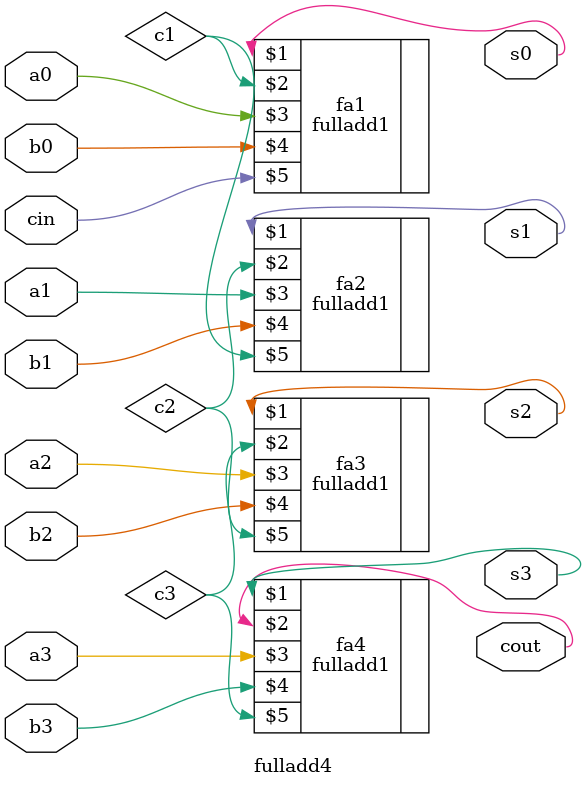
<source format=v>
`include "hwq1_a_g.v"
module fulladd4(
    output s3,s2,s1,s0,cout,
    input a3,a2,a1,a0,b3,b2,b1,b0,cin
);
wire c1,c2,c3;
fulladd1 fa1(s0,c1,a0,b0,cin);
fulladd1 fa2(s1,c2,a1,b1,c1);
fulladd1 fa3(s2,c3,a2,b2,c2);
fulladd1 fa4(s3,cout,a3,b3,c3);

endmodule
</source>
